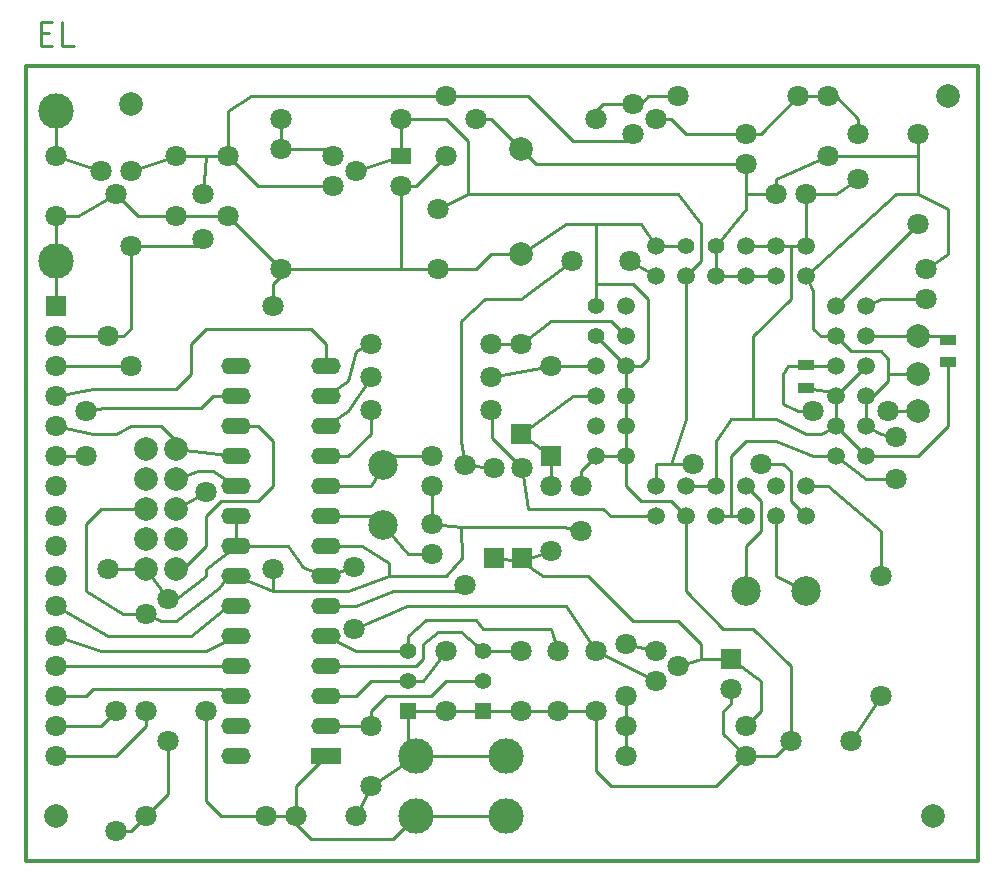
<source format=gtl>
G04 (created by PCBNEW (2014-jul-20)-stable) date lun. 03 nov. 2014 11:08:04 CET*
%MOIN*%
G04 Gerber Fmt 3.4, Leading zero omitted, Abs format*
%FSLAX34Y34*%
G01*
G70*
G90*
G04 APERTURE LIST*
%ADD10C,0.00590551*%
%ADD11C,0.011811*%
%ADD12C,0.00984252*%
%ADD13R,0.0708661X0.0708661*%
%ADD14C,0.0708661*%
%ADD15C,0.0709*%
%ADD16R,0.055X0.055*%
%ADD17C,0.055*%
%ADD18C,0.11811*%
%ADD19C,0.0787*%
%ADD20C,0.0984252*%
%ADD21O,0.0984X0.0551*%
%ADD22R,0.0984X0.0551*%
%ADD23C,0.0590551*%
%ADD24C,0.0551181*%
%ADD25R,0.0708661X0.055*%
%ADD26C,0.0787402*%
%ADD27R,0.055X0.035*%
%ADD28C,0.01*%
G04 APERTURE END LIST*
G54D10*
G54D11*
X31750Y26500D02*
X31750Y0D01*
X0Y26500D02*
X31750Y26500D01*
X0Y0D02*
X31750Y0D01*
X0Y0D02*
X0Y26500D01*
G54D12*
X512Y27593D02*
X775Y27593D01*
X887Y27181D02*
X512Y27181D01*
X512Y27968D01*
X887Y27968D01*
X1599Y27181D02*
X1224Y27181D01*
X1224Y27968D01*
G54D13*
X23500Y6750D03*
G54D14*
X23500Y5750D03*
X13550Y11250D03*
X13550Y10250D03*
X13550Y12500D03*
X13550Y13500D03*
G54D15*
X9000Y1500D03*
X11000Y1500D03*
X1000Y23500D03*
X1000Y21500D03*
X5000Y23500D03*
X5000Y21500D03*
X16500Y7000D03*
X16500Y5000D03*
X17750Y7000D03*
X17750Y5000D03*
X11500Y4500D03*
X11500Y2500D03*
X14000Y7000D03*
X14000Y5000D03*
X13750Y21750D03*
X13750Y19750D03*
X6750Y23500D03*
X6750Y21500D03*
X19000Y7000D03*
X19000Y5000D03*
G54D14*
X26000Y22250D03*
X25000Y22250D03*
G54D15*
X26750Y25500D03*
X26750Y23500D03*
X14000Y25500D03*
X14000Y23500D03*
G54D13*
X16500Y14250D03*
G54D14*
X16500Y17250D03*
G54D13*
X16550Y10100D03*
G54D14*
X16550Y13100D03*
G54D13*
X17500Y13500D03*
G54D14*
X17500Y16500D03*
G54D13*
X1000Y18500D03*
G54D14*
X1000Y17500D03*
X1000Y16500D03*
X1000Y15500D03*
X1000Y14500D03*
X1000Y13500D03*
X1000Y12500D03*
X1000Y11500D03*
X1000Y10500D03*
X1000Y9500D03*
X1000Y8500D03*
X1000Y7500D03*
X1000Y6500D03*
X1000Y5500D03*
X1000Y4500D03*
X1000Y3500D03*
G54D16*
X15250Y5000D03*
G54D17*
X15250Y6000D03*
X15250Y7000D03*
G54D18*
X1000Y25000D03*
X1000Y20000D03*
G54D19*
X5000Y9750D03*
X4000Y9750D03*
X5000Y10750D03*
X4000Y10750D03*
X5000Y11750D03*
X4000Y11750D03*
X5000Y12750D03*
X4000Y12750D03*
X5000Y13750D03*
X4000Y13750D03*
G54D16*
X12750Y5000D03*
G54D17*
X12750Y6000D03*
X12750Y7000D03*
G54D15*
X8500Y23750D03*
X8500Y19750D03*
X4000Y1500D03*
X8000Y1500D03*
X11500Y17250D03*
X15500Y17250D03*
X3500Y20500D03*
X3500Y16500D03*
X3000Y1000D03*
X3000Y5000D03*
X8500Y24750D03*
X12500Y24750D03*
X20000Y3500D03*
X24000Y3500D03*
X24000Y4500D03*
X20000Y4500D03*
X19000Y24750D03*
X15000Y24750D03*
X25750Y25500D03*
X21750Y25500D03*
X11500Y16150D03*
X15500Y16150D03*
X11500Y15050D03*
X15500Y15050D03*
X2500Y23000D03*
X3000Y22250D03*
X3500Y23000D03*
X10250Y22500D03*
X11000Y23000D03*
X10250Y23500D03*
X21000Y6000D03*
X21750Y6500D03*
X21000Y7000D03*
X20250Y24250D03*
X21000Y24750D03*
X20250Y25250D03*
G54D20*
X11900Y13200D03*
X11900Y11200D03*
X26000Y9000D03*
X24000Y9000D03*
G54D21*
X10000Y4500D03*
X10000Y5500D03*
X10000Y6500D03*
X10000Y7500D03*
X10000Y8500D03*
X10000Y9500D03*
X10000Y10500D03*
X10000Y11500D03*
X10000Y12500D03*
X10000Y13500D03*
X10000Y14500D03*
X10000Y15500D03*
X10000Y16500D03*
G54D22*
X10000Y3500D03*
G54D21*
X7000Y16500D03*
X7000Y15500D03*
X7000Y14500D03*
X7000Y13500D03*
X7000Y12500D03*
X7000Y11500D03*
X7000Y10500D03*
X7000Y9500D03*
X7000Y8500D03*
X7000Y7500D03*
X7000Y6500D03*
X7000Y5500D03*
X7000Y4500D03*
X7000Y3500D03*
G54D23*
X21000Y11500D03*
X21000Y12500D03*
X22000Y11500D03*
X22000Y12500D03*
X23000Y11500D03*
X23000Y12500D03*
X24000Y11500D03*
X24000Y12500D03*
X25000Y11500D03*
X25000Y12500D03*
X26000Y11500D03*
X26000Y12500D03*
X28000Y13500D03*
X27000Y13500D03*
X28000Y14500D03*
X27000Y14500D03*
X28000Y15500D03*
X27000Y15500D03*
X28000Y16500D03*
X27000Y16500D03*
X28000Y17500D03*
X27000Y17500D03*
X28000Y18500D03*
X27000Y18500D03*
X26000Y20500D03*
X26000Y19500D03*
X25000Y20500D03*
X25000Y19500D03*
X24000Y20500D03*
X24000Y19500D03*
G54D24*
X23000Y20500D03*
G54D23*
X23000Y19500D03*
G54D24*
X22000Y20500D03*
G54D23*
X22000Y19500D03*
X21000Y20500D03*
X21000Y19500D03*
G54D24*
X19000Y18500D03*
G54D23*
X20000Y18500D03*
G54D24*
X19000Y17500D03*
G54D23*
X20000Y17500D03*
X19000Y16500D03*
X20000Y16500D03*
X19000Y15500D03*
X20000Y15500D03*
X19000Y14500D03*
X20000Y14500D03*
X19000Y13500D03*
X20000Y13500D03*
G54D25*
X12500Y23500D03*
G54D14*
X12500Y22500D03*
X24000Y24250D03*
X24000Y23250D03*
X30000Y18750D03*
X30000Y19750D03*
G54D15*
X27500Y4000D03*
X25500Y4000D03*
G54D26*
X16500Y20250D03*
X16500Y23750D03*
G54D15*
X14650Y9200D03*
X14650Y13200D03*
X28500Y9500D03*
X28500Y5500D03*
G54D19*
X29750Y16250D03*
X29750Y15000D03*
X29750Y17500D03*
G54D27*
X30750Y16625D03*
X30750Y17375D03*
X26000Y15775D03*
X26000Y16525D03*
G54D13*
X15600Y10100D03*
G54D14*
X15600Y13100D03*
G54D18*
X16000Y3500D03*
X16000Y1500D03*
X13000Y3500D03*
X13000Y1500D03*
G54D19*
X30750Y25500D03*
X3500Y25250D03*
X30250Y1500D03*
X1000Y1500D03*
G54D14*
X29750Y21250D03*
X29750Y24250D03*
X2750Y17500D03*
X2750Y9750D03*
X5900Y20750D03*
X5900Y22250D03*
X4750Y8750D03*
X4750Y4000D03*
X10950Y7750D03*
X10950Y9800D03*
X29000Y14150D03*
X29000Y12750D03*
X8250Y18500D03*
X8250Y9750D03*
X18500Y11000D03*
X18500Y12500D03*
X4000Y5000D03*
X4000Y8250D03*
X20000Y7250D03*
X20000Y5500D03*
X22250Y13250D03*
X24500Y13250D03*
X18200Y20000D03*
X20150Y20000D03*
X26250Y15000D03*
X28750Y15000D03*
X27750Y24250D03*
X27750Y22750D03*
X2000Y15000D03*
X2000Y13500D03*
X6000Y5000D03*
X6000Y12300D03*
X17500Y10350D03*
X17500Y12500D03*
G54D28*
X20000Y18500D02*
X20000Y18500D01*
X19000Y7000D02*
X19000Y7000D01*
X20000Y6500D02*
X21000Y6000D01*
X19000Y7000D02*
X20000Y6500D01*
X14000Y25500D02*
X16750Y25500D01*
X20000Y24000D02*
X20250Y24250D01*
X18250Y24000D02*
X20000Y24000D01*
X16750Y25500D02*
X18250Y24000D01*
X14000Y25500D02*
X7500Y25500D01*
X7500Y25500D02*
X6750Y25000D01*
X4000Y9750D02*
X3000Y9750D01*
X2750Y9750D02*
X3000Y9750D01*
X2750Y9750D02*
X2750Y9750D01*
X5900Y20500D02*
X3500Y20500D01*
X5900Y20750D02*
X5900Y20500D01*
X6000Y23500D02*
X5900Y22250D01*
X3500Y20500D02*
X3500Y20500D01*
X3500Y20500D02*
X3500Y19000D01*
X3500Y19000D02*
X3500Y17750D01*
X1000Y17500D02*
X2750Y17500D01*
X2750Y17500D02*
X3250Y17500D01*
X3250Y17500D02*
X3500Y17750D01*
X5000Y23500D02*
X6000Y23500D01*
X4000Y9750D02*
X4000Y9750D01*
X4000Y9750D02*
X4750Y8750D01*
X4750Y4000D02*
X4750Y2250D01*
X4750Y2250D02*
X4000Y1500D01*
X10000Y9500D02*
X10950Y9800D01*
X18000Y8500D02*
X19000Y7000D01*
X12700Y8500D02*
X16250Y8500D01*
X16250Y8500D02*
X16500Y8500D01*
X16500Y8500D02*
X18000Y8500D01*
X10950Y7750D02*
X12700Y8500D01*
X10950Y7750D02*
X10950Y7750D01*
X7000Y10500D02*
X7000Y10500D01*
X6000Y9750D02*
X7000Y10500D01*
X6000Y9500D02*
X6000Y9750D01*
X5000Y8750D02*
X6000Y9500D01*
X4750Y8750D02*
X5000Y8750D01*
X4000Y9750D02*
X4750Y8750D01*
X3500Y23000D02*
X5000Y23500D01*
X7000Y10500D02*
X7000Y10500D01*
X8750Y10500D02*
X9250Y9800D01*
X9250Y9800D02*
X9200Y9800D01*
X9200Y9800D02*
X10000Y9500D01*
X7000Y10500D02*
X8750Y10500D01*
X7000Y11500D02*
X7000Y10500D01*
X3000Y1000D02*
X3500Y1000D01*
X3500Y1000D02*
X4000Y1500D01*
X6750Y23500D02*
X7750Y22500D01*
X6750Y25000D02*
X6750Y23500D01*
X6000Y23500D02*
X6750Y23500D01*
X7750Y22500D02*
X10250Y22500D01*
X24000Y23250D02*
X24000Y22750D01*
X15000Y24750D02*
X15500Y24750D01*
X15500Y24750D02*
X16500Y23750D01*
X27000Y13500D02*
X28000Y12750D01*
X28500Y14250D02*
X28000Y14500D01*
X29000Y14150D02*
X28500Y14250D01*
X28000Y12750D02*
X29000Y12750D01*
X28750Y16250D02*
X29750Y16250D01*
X27000Y17500D02*
X27500Y17000D01*
X28250Y15500D02*
X28000Y15500D01*
X28750Y16000D02*
X28250Y15500D01*
X28750Y16750D02*
X28750Y16250D01*
X28750Y16250D02*
X28750Y16000D01*
X28500Y17000D02*
X28750Y16750D01*
X27500Y17000D02*
X28500Y17000D01*
X27000Y13500D02*
X26250Y13500D01*
X24000Y14000D02*
X23500Y13500D01*
X23500Y13500D02*
X23500Y11500D01*
X25000Y14000D02*
X24000Y14000D01*
X26250Y13500D02*
X25000Y14000D01*
X16500Y23750D02*
X17000Y23250D01*
X24000Y23250D02*
X24000Y23250D01*
X17000Y23250D02*
X24000Y23250D01*
X29750Y23500D02*
X29750Y22250D01*
X25000Y22250D02*
X25000Y22750D01*
X26750Y23500D02*
X26750Y23500D01*
X25000Y22750D02*
X26750Y23500D01*
X26750Y23500D02*
X29750Y23500D01*
X29750Y23500D02*
X29750Y24250D01*
X24500Y22250D02*
X25000Y22250D01*
X26000Y19500D02*
X26250Y19000D01*
X26250Y19000D02*
X26250Y17750D01*
X26500Y17500D02*
X27000Y17500D01*
X26250Y17750D02*
X26500Y17500D01*
X26000Y19500D02*
X29000Y22250D01*
X29000Y22250D02*
X29750Y22250D01*
X29750Y22250D02*
X29750Y22250D01*
X30000Y19750D02*
X30000Y19750D01*
X30000Y19750D02*
X30000Y19750D01*
X29750Y22250D02*
X30750Y21750D01*
X30750Y21750D02*
X30750Y21000D01*
X30750Y21000D02*
X30750Y20250D01*
X30750Y20250D02*
X30000Y19750D01*
X28000Y15500D02*
X28000Y14500D01*
X23000Y11500D02*
X23500Y11500D01*
X23500Y11500D02*
X24000Y11500D01*
X24000Y19500D02*
X25000Y19500D01*
X23000Y19500D02*
X24000Y19500D01*
X23000Y19500D02*
X23000Y20500D01*
X23000Y20500D02*
X23000Y20500D01*
X24000Y21750D02*
X23000Y20500D01*
X24000Y22750D02*
X24000Y22250D01*
X24000Y22250D02*
X24500Y22250D01*
X24000Y22250D02*
X24000Y21750D01*
X8250Y9000D02*
X8250Y9750D01*
X8500Y19500D02*
X8500Y19750D01*
X8250Y19250D02*
X8500Y19500D01*
X8250Y18500D02*
X8250Y19250D01*
X21000Y20500D02*
X22000Y20500D01*
X21000Y20500D02*
X21000Y20500D01*
X19000Y21250D02*
X19000Y21250D01*
X20000Y16500D02*
X20500Y16500D01*
X20250Y19250D02*
X19000Y19250D01*
X20750Y18750D02*
X20250Y19250D01*
X20750Y16750D02*
X20750Y18750D01*
X20500Y16500D02*
X20750Y16750D01*
X19000Y18500D02*
X19000Y19250D01*
X19000Y19250D02*
X19000Y21250D01*
X16500Y20250D02*
X18000Y21250D01*
X18000Y21250D02*
X19000Y21250D01*
X13750Y19750D02*
X15000Y19750D01*
X15500Y20250D02*
X16500Y20250D01*
X15000Y19750D02*
X15500Y20250D01*
X13000Y3500D02*
X16000Y3500D01*
X11500Y2500D02*
X13000Y3500D01*
X13000Y3500D02*
X13000Y3500D01*
X13000Y3500D02*
X13000Y3500D01*
X12750Y5000D02*
X12750Y3750D01*
X12750Y3750D02*
X13000Y3500D01*
X20500Y21250D02*
X19750Y21250D01*
X19000Y21250D02*
X19000Y21250D01*
X19000Y21250D02*
X19000Y21250D01*
X19750Y21250D02*
X19000Y21250D01*
X19000Y13500D02*
X18500Y13000D01*
X17950Y11150D02*
X14500Y11150D01*
X18500Y11000D02*
X17950Y11150D01*
X18500Y13000D02*
X18500Y12500D01*
X6750Y21500D02*
X8500Y19750D01*
X3000Y22250D02*
X3750Y21500D01*
X3750Y21500D02*
X5000Y21500D01*
X16500Y20250D02*
X16500Y20250D01*
X12500Y22500D02*
X12500Y22000D01*
X2000Y11250D02*
X2500Y11750D01*
X2500Y11750D02*
X3250Y11750D01*
X3250Y11750D02*
X3250Y11750D01*
X3250Y11750D02*
X4000Y11750D01*
X2000Y9000D02*
X2000Y9000D01*
X2000Y9000D02*
X2000Y11250D01*
X4000Y8250D02*
X3250Y8250D01*
X3250Y8250D02*
X2000Y9000D01*
X4000Y8250D02*
X4500Y8000D01*
X6750Y9500D02*
X7000Y9500D01*
X5000Y8000D02*
X6450Y9100D01*
X6450Y9100D02*
X6750Y9500D01*
X4500Y8000D02*
X5000Y8000D01*
X3000Y3500D02*
X1000Y3500D01*
X4000Y4500D02*
X3000Y3500D01*
X4000Y5000D02*
X4000Y4500D01*
X7000Y9500D02*
X7000Y9500D01*
X8250Y9000D02*
X9250Y9000D01*
X9250Y9000D02*
X10750Y9000D01*
X10750Y9000D02*
X12100Y9500D01*
X7000Y9500D02*
X8250Y9000D01*
X12100Y9500D02*
X12100Y9500D01*
X16500Y20250D02*
X16500Y20250D01*
X22000Y10750D02*
X22000Y9000D01*
X25500Y6500D02*
X25500Y4000D01*
X24250Y7750D02*
X25500Y6500D01*
X23250Y7750D02*
X24250Y7750D01*
X22000Y9000D02*
X23250Y7750D01*
X22000Y10750D02*
X22000Y11500D01*
X22000Y11500D02*
X21500Y12000D01*
X21500Y12000D02*
X20500Y12000D01*
X20500Y12000D02*
X20000Y12500D01*
X20000Y12500D02*
X20000Y13500D01*
X13750Y19750D02*
X13750Y19750D01*
X13750Y19750D02*
X13750Y19750D01*
X4000Y11750D02*
X4000Y11750D01*
X10000Y10500D02*
X11200Y10500D01*
X11200Y10500D02*
X12100Y9950D01*
X12100Y9950D02*
X12100Y9500D01*
X14500Y11150D02*
X13550Y11250D01*
X12100Y9500D02*
X14000Y9500D01*
X14000Y9500D02*
X14550Y10100D01*
X14550Y10100D02*
X14550Y10100D01*
X14550Y10100D02*
X14550Y10100D01*
X14550Y10100D02*
X14500Y11150D01*
X13550Y12500D02*
X13550Y11250D01*
X6750Y21500D02*
X6750Y21500D01*
X19000Y5000D02*
X19000Y3000D01*
X23000Y2500D02*
X24000Y3500D01*
X19500Y2500D02*
X23000Y2500D01*
X19000Y3000D02*
X19500Y2500D01*
X17750Y5000D02*
X19000Y5000D01*
X23500Y5750D02*
X23500Y5250D01*
X23500Y5250D02*
X23250Y5000D01*
X23250Y5000D02*
X23250Y4250D01*
X23250Y4250D02*
X24000Y3500D01*
X24000Y3500D02*
X25000Y3500D01*
X25000Y3500D02*
X25500Y4000D01*
X20500Y21250D02*
X21000Y20500D01*
X19000Y17500D02*
X20000Y16500D01*
X20000Y13500D02*
X19000Y13500D01*
X20000Y14500D02*
X20000Y13500D01*
X20000Y15500D02*
X20000Y14500D01*
X20000Y16500D02*
X20000Y15500D01*
X12500Y22500D02*
X13000Y22500D01*
X13000Y22500D02*
X14000Y23500D01*
X5000Y21500D02*
X6750Y21500D01*
X1000Y21500D02*
X1750Y21500D01*
X1750Y21500D02*
X3000Y22250D01*
X1000Y20000D02*
X1000Y21500D01*
X1000Y18500D02*
X1000Y20000D01*
X16500Y5000D02*
X17750Y5000D01*
X14000Y5000D02*
X15250Y5000D01*
X12750Y5000D02*
X14000Y5000D01*
X15250Y5000D02*
X16500Y5000D01*
X11000Y1500D02*
X11000Y1500D01*
X11000Y1500D02*
X11500Y2500D01*
X12500Y22000D02*
X12500Y19750D01*
X13750Y19750D02*
X12500Y19750D01*
X9500Y19750D02*
X12500Y19750D01*
X9000Y19750D02*
X9500Y19750D01*
X8500Y19750D02*
X9000Y19750D01*
X12500Y19750D02*
X12500Y19750D01*
X8500Y23750D02*
X10000Y23750D01*
X10000Y23750D02*
X10250Y23500D01*
X8500Y23750D02*
X8500Y24750D01*
X10000Y14500D02*
X10750Y15000D01*
X10750Y15000D02*
X11500Y16150D01*
X17500Y16500D02*
X19000Y16500D01*
X15500Y16150D02*
X17500Y16500D01*
X17500Y16500D02*
X17500Y16500D01*
X17750Y7000D02*
X17750Y7000D01*
X17750Y7000D02*
X17500Y7750D01*
X17500Y7750D02*
X15250Y7750D01*
X15250Y7750D02*
X15000Y8050D01*
X15000Y8050D02*
X13350Y8050D01*
X12750Y7500D02*
X12750Y7000D01*
X13350Y8050D02*
X12750Y7500D01*
X10000Y7500D02*
X10000Y7500D01*
X10000Y7500D02*
X11000Y7000D01*
X11000Y7000D02*
X12750Y7000D01*
X20000Y4500D02*
X20000Y5500D01*
X20000Y7250D02*
X21000Y7000D01*
X20000Y3500D02*
X20000Y4500D01*
X22000Y19500D02*
X22500Y20000D01*
X21750Y22250D02*
X14750Y22250D01*
X22500Y21250D02*
X21750Y22250D01*
X22500Y20000D02*
X22500Y21250D01*
X12500Y24750D02*
X12500Y23500D01*
X11000Y23000D02*
X12500Y23500D01*
X26000Y11500D02*
X25500Y12000D01*
X22000Y13250D02*
X21000Y13250D01*
X22250Y13250D02*
X22000Y13250D01*
X25500Y13000D02*
X25250Y13250D01*
X25250Y13250D02*
X24500Y13250D01*
X25500Y12000D02*
X25500Y13000D01*
X21000Y12500D02*
X21000Y13250D01*
X21000Y13250D02*
X21500Y13250D01*
X22000Y14750D02*
X22000Y17500D01*
X21500Y13250D02*
X22000Y14750D01*
X22000Y18750D02*
X22000Y17500D01*
X14750Y24000D02*
X14750Y22250D01*
X14000Y24750D02*
X14750Y24000D01*
X12500Y24750D02*
X14000Y24750D01*
X12500Y23500D02*
X12500Y24500D01*
X12500Y24500D02*
X12500Y24750D01*
X14750Y22250D02*
X13750Y21750D01*
X22000Y19500D02*
X22000Y18750D01*
X14650Y13200D02*
X15600Y13100D01*
X21000Y19500D02*
X21000Y19500D01*
X14500Y14000D02*
X14650Y13200D01*
X14500Y18000D02*
X14500Y14000D01*
X15300Y18750D02*
X14500Y18000D01*
X16500Y18750D02*
X15300Y18750D01*
X18200Y20000D02*
X16500Y18750D01*
X21000Y19500D02*
X20150Y20000D01*
X24000Y9000D02*
X24000Y10500D01*
X24500Y12000D02*
X24000Y12500D01*
X24500Y11000D02*
X24500Y12000D01*
X24000Y10500D02*
X24500Y11000D01*
X14250Y9000D02*
X14450Y9000D01*
X12250Y9000D02*
X11000Y8500D01*
X10000Y8500D02*
X11000Y8500D01*
X14250Y9000D02*
X12250Y9000D01*
X14450Y9000D02*
X14650Y9200D01*
X29750Y15000D02*
X28750Y15000D01*
X25400Y16500D02*
X26000Y16525D01*
X25250Y16250D02*
X25400Y16500D01*
X25750Y15000D02*
X25250Y15250D01*
X25250Y15250D02*
X25250Y16250D01*
X26250Y15000D02*
X25750Y15000D01*
X26000Y16525D02*
X26550Y16500D01*
X26550Y16500D02*
X27000Y16500D01*
X12750Y6000D02*
X13250Y6000D01*
X14000Y7000D02*
X14000Y7000D01*
X13250Y6000D02*
X14000Y7000D01*
X10000Y5500D02*
X11000Y5500D01*
X11500Y6000D02*
X12750Y6000D01*
X11000Y5500D02*
X11500Y6000D01*
X29750Y17500D02*
X30625Y17500D01*
X30625Y17500D02*
X30750Y17375D01*
X28000Y17500D02*
X29750Y17500D01*
X28500Y9500D02*
X28500Y11000D01*
X26750Y12500D02*
X26000Y12500D01*
X28500Y11000D02*
X26750Y12500D01*
X28000Y18500D02*
X28500Y18750D01*
X28500Y18750D02*
X30000Y18750D01*
X27500Y4000D02*
X27500Y4000D01*
X27500Y4000D02*
X28500Y5500D01*
X25000Y11500D02*
X25000Y9500D01*
X25000Y9500D02*
X26000Y9000D01*
X29250Y20750D02*
X29750Y21250D01*
X27000Y18500D02*
X29250Y20750D01*
X5000Y12750D02*
X5750Y13000D01*
X5750Y13000D02*
X6250Y13000D01*
X6250Y13000D02*
X7000Y12500D01*
X1000Y23500D02*
X2500Y23000D01*
X1000Y25000D02*
X1000Y23500D01*
X10000Y16500D02*
X10000Y16500D01*
X6000Y17750D02*
X5500Y17250D01*
X5500Y17250D02*
X5500Y16250D01*
X5500Y16250D02*
X5000Y15750D01*
X5000Y15750D02*
X2250Y15750D01*
X2250Y15750D02*
X1000Y15500D01*
X1000Y15500D02*
X1000Y15500D01*
X10000Y17250D02*
X9500Y17750D01*
X9500Y17750D02*
X6000Y17750D01*
X10000Y16500D02*
X10000Y17250D01*
X1000Y6500D02*
X7000Y6500D01*
X20250Y25250D02*
X20500Y25250D01*
X20750Y25500D02*
X21750Y25500D01*
X20500Y25250D02*
X20750Y25500D01*
X19000Y24750D02*
X19000Y25000D01*
X19250Y25250D02*
X20250Y25250D01*
X19000Y25000D02*
X19250Y25250D01*
X1000Y5500D02*
X2000Y5500D01*
X6750Y5500D02*
X7000Y5500D01*
X6500Y5750D02*
X6750Y5500D01*
X2250Y5750D02*
X6500Y5750D01*
X2000Y5500D02*
X2250Y5750D01*
X25750Y25500D02*
X26750Y25500D01*
X24000Y24250D02*
X24500Y24250D01*
X24500Y24250D02*
X25750Y25500D01*
X21000Y24750D02*
X21500Y24750D01*
X22000Y24250D02*
X24000Y24250D01*
X21500Y24750D02*
X22000Y24250D01*
X24000Y24250D02*
X24000Y24250D01*
X30750Y16625D02*
X30750Y14500D01*
X29750Y13500D02*
X28000Y13500D01*
X30750Y14500D02*
X29750Y13500D01*
X26000Y15775D02*
X26875Y15625D01*
X26875Y15625D02*
X27000Y15500D01*
X25500Y20500D02*
X25500Y18750D01*
X24250Y17500D02*
X24250Y14750D01*
X25500Y18750D02*
X24250Y17500D01*
X27000Y14500D02*
X26500Y14250D01*
X25000Y14750D02*
X24250Y14750D01*
X26000Y14250D02*
X25000Y14750D01*
X26500Y14250D02*
X26000Y14250D01*
X24250Y14750D02*
X23500Y14750D01*
X23000Y14000D02*
X23000Y12500D01*
X23500Y14750D02*
X23000Y14000D01*
X27000Y14500D02*
X28000Y13500D01*
X26750Y25500D02*
X27000Y25500D01*
X27000Y25500D02*
X27750Y24750D01*
X27750Y24750D02*
X27750Y24250D01*
X27750Y22750D02*
X27000Y22250D01*
X27000Y22250D02*
X26000Y22250D01*
X26750Y25500D02*
X26750Y25500D01*
X28000Y16500D02*
X27000Y15500D01*
X27000Y15500D02*
X27000Y14500D01*
X22000Y12500D02*
X23000Y12500D01*
X26000Y20500D02*
X26000Y22250D01*
X25000Y20500D02*
X25500Y20500D01*
X25500Y20500D02*
X26000Y20500D01*
X24000Y20500D02*
X25000Y20500D01*
X11900Y11200D02*
X12750Y10250D01*
X12750Y10250D02*
X13550Y10250D01*
X10000Y11500D02*
X11500Y11500D01*
X11500Y11500D02*
X11900Y11200D01*
X11900Y13200D02*
X11900Y13450D01*
X12200Y13500D02*
X13550Y13500D01*
X11900Y13450D02*
X12200Y13500D01*
X10000Y12500D02*
X11500Y12500D01*
X11500Y12500D02*
X11900Y13200D01*
X1000Y13500D02*
X2000Y13500D01*
X6250Y15500D02*
X7000Y15500D01*
X5850Y15100D02*
X6250Y15500D01*
X2000Y15000D02*
X2600Y15100D01*
X2600Y15100D02*
X5850Y15100D01*
X1000Y14500D02*
X1000Y14500D01*
X1000Y14500D02*
X2250Y14250D01*
X2250Y14250D02*
X3000Y14250D01*
X3000Y14250D02*
X3500Y14500D01*
X3500Y14500D02*
X4500Y14500D01*
X5000Y14000D02*
X5000Y13750D01*
X4500Y14500D02*
X5000Y14000D01*
X5000Y13750D02*
X7000Y13500D01*
X3450Y16500D02*
X1000Y16500D01*
X11500Y4500D02*
X11500Y5000D01*
X13500Y5500D02*
X14000Y6000D01*
X14000Y6000D02*
X15250Y6000D01*
X13000Y5500D02*
X13500Y5500D01*
X12000Y5500D02*
X13000Y5500D01*
X11500Y5000D02*
X12000Y5500D01*
X10000Y4500D02*
X11500Y4500D01*
X1000Y8500D02*
X1000Y8500D01*
X6750Y8500D02*
X7000Y8500D01*
X5500Y7500D02*
X6750Y8500D01*
X2750Y7500D02*
X5500Y7500D01*
X1000Y8500D02*
X2750Y7500D01*
X1000Y7500D02*
X2500Y7000D01*
X2500Y7000D02*
X6000Y7000D01*
X6000Y7000D02*
X7000Y7500D01*
X1000Y4500D02*
X2500Y4500D01*
X2500Y4500D02*
X3000Y5000D01*
X10000Y13500D02*
X10750Y13500D01*
X11500Y14250D02*
X11500Y15050D01*
X10750Y13500D02*
X11500Y14250D01*
X16550Y13100D02*
X15550Y14100D01*
X15550Y15000D02*
X15500Y15050D01*
X15550Y14100D02*
X15550Y15000D01*
X16550Y13100D02*
X16750Y11750D01*
X16750Y11750D02*
X19250Y11750D01*
X19500Y11500D02*
X21000Y11500D01*
X19250Y11750D02*
X19500Y11500D01*
X16550Y13100D02*
X16550Y13100D01*
X10000Y6500D02*
X13000Y6500D01*
X14500Y7650D02*
X15250Y7000D01*
X13750Y7650D02*
X14500Y7650D01*
X13250Y7250D02*
X13750Y7650D01*
X13250Y6750D02*
X13250Y7250D01*
X13000Y6500D02*
X13250Y6750D01*
X15250Y7000D02*
X16500Y7000D01*
X15250Y7000D02*
X15250Y7000D01*
X5000Y9750D02*
X5250Y9750D01*
X7750Y14500D02*
X7000Y14500D01*
X8250Y14000D02*
X7750Y14500D01*
X8250Y12500D02*
X8250Y14000D01*
X7750Y12000D02*
X8250Y12500D01*
X6500Y12000D02*
X7750Y12000D01*
X6000Y11500D02*
X6500Y12000D01*
X6000Y10500D02*
X6000Y11250D01*
X6000Y11250D02*
X6000Y11500D01*
X5250Y9750D02*
X6000Y10500D01*
X9000Y1500D02*
X9000Y1250D01*
X12250Y750D02*
X13000Y1500D01*
X9500Y750D02*
X12250Y750D01*
X9000Y1250D02*
X9500Y750D01*
X13000Y1500D02*
X16000Y1500D01*
X5000Y11750D02*
X5000Y11750D01*
X6500Y1500D02*
X8000Y1500D01*
X6000Y2000D02*
X6500Y1500D01*
X6000Y5000D02*
X6000Y2000D01*
X5000Y11750D02*
X6000Y12300D01*
X9000Y1500D02*
X9000Y2500D01*
X9000Y2500D02*
X10000Y3500D01*
X8000Y1500D02*
X9000Y1500D01*
X15500Y17250D02*
X16500Y17250D01*
X16500Y17250D02*
X16500Y17250D01*
X20000Y17500D02*
X19500Y18000D01*
X16500Y17250D02*
X16500Y17250D01*
X18500Y18000D02*
X17500Y18000D01*
X17500Y18000D02*
X16500Y17250D01*
X19500Y18000D02*
X18500Y18000D01*
X15600Y10100D02*
X16500Y10000D01*
X16500Y10000D02*
X16550Y10100D01*
X16500Y10000D02*
X17250Y9500D01*
X17250Y9500D02*
X18750Y9500D01*
X22500Y7250D02*
X22500Y6750D01*
X21750Y8000D02*
X22500Y7250D01*
X20250Y8000D02*
X21750Y8000D01*
X18750Y9500D02*
X20250Y8000D01*
X16500Y10000D02*
X16500Y10000D01*
X22500Y6750D02*
X22500Y6750D01*
X22500Y6750D02*
X21750Y6500D01*
X22500Y6750D02*
X22500Y6750D01*
X22500Y6750D02*
X22500Y6750D01*
X22500Y6750D02*
X23500Y6750D01*
X23500Y6750D02*
X24500Y6000D01*
X24500Y5000D02*
X24000Y4500D01*
X24500Y6000D02*
X24500Y5000D01*
X16500Y10000D02*
X17500Y10350D01*
X16550Y10100D02*
X16500Y10000D01*
X17500Y13500D02*
X17500Y12500D01*
X16500Y14250D02*
X16500Y14250D01*
X18250Y15500D02*
X19000Y15500D01*
X16500Y14250D02*
X18250Y15500D01*
X16500Y14250D02*
X17500Y13500D01*
X10000Y15500D02*
X10750Y16000D01*
X10750Y16000D02*
X11000Y17000D01*
X11000Y17000D02*
X11500Y17250D01*
M02*

</source>
